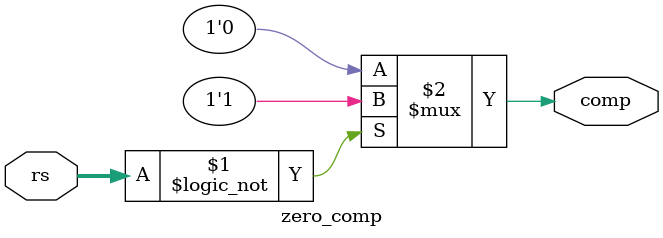
<source format=v>

module zero_comp (rs, comp);
	input [15:0] rs;
	output comp;

	assign comp = (rs == 16'd0) ? 1'b1 : 1'b0;

	endmodule

</source>
